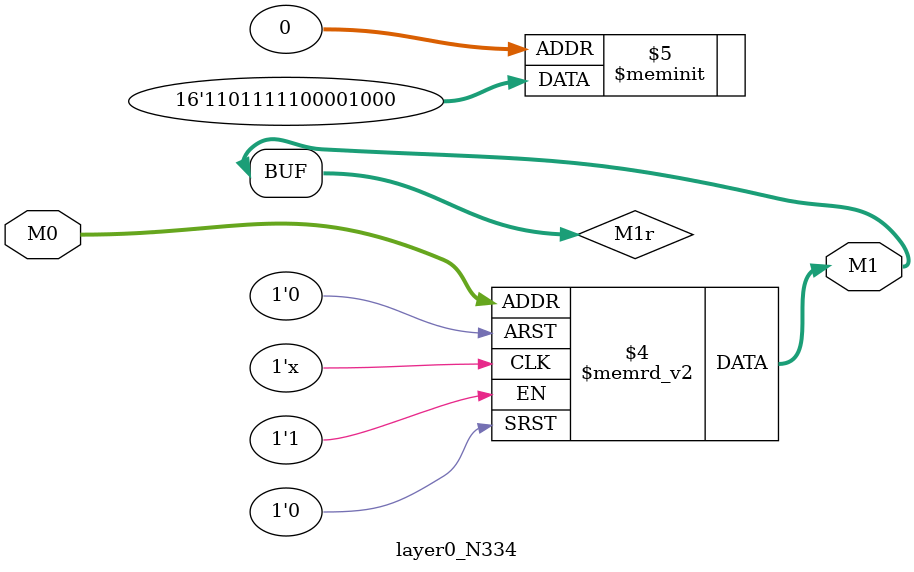
<source format=v>
module layer0_N334 ( input [2:0] M0, output [1:0] M1 );

	(*rom_style = "distributed" *) reg [1:0] M1r;
	assign M1 = M1r;
	always @ (M0) begin
		case (M0)
			3'b000: M1r = 2'b00;
			3'b100: M1r = 2'b11;
			3'b010: M1r = 2'b00;
			3'b110: M1r = 2'b01;
			3'b001: M1r = 2'b10;
			3'b101: M1r = 2'b11;
			3'b011: M1r = 2'b00;
			3'b111: M1r = 2'b11;

		endcase
	end
endmodule

</source>
